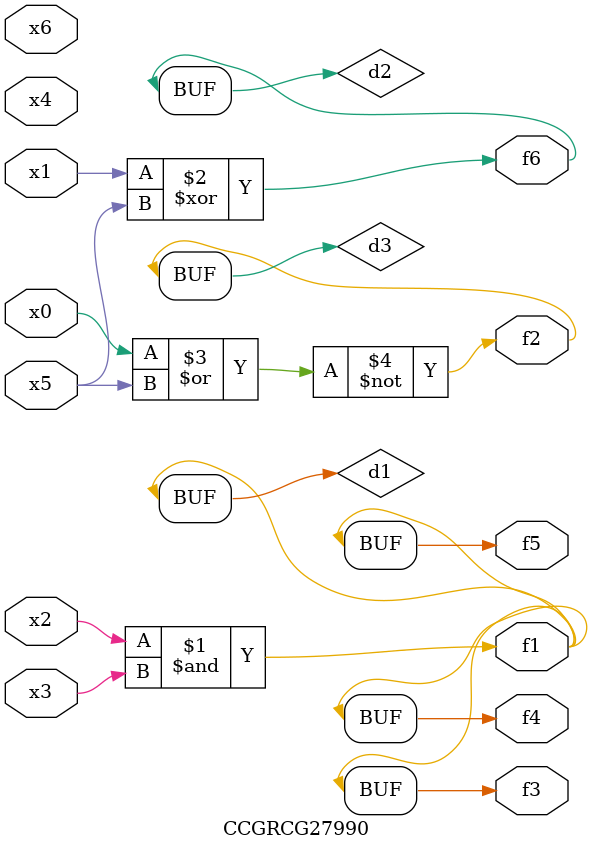
<source format=v>
module CCGRCG27990(
	input x0, x1, x2, x3, x4, x5, x6,
	output f1, f2, f3, f4, f5, f6
);

	wire d1, d2, d3;

	and (d1, x2, x3);
	xor (d2, x1, x5);
	nor (d3, x0, x5);
	assign f1 = d1;
	assign f2 = d3;
	assign f3 = d1;
	assign f4 = d1;
	assign f5 = d1;
	assign f6 = d2;
endmodule

</source>
